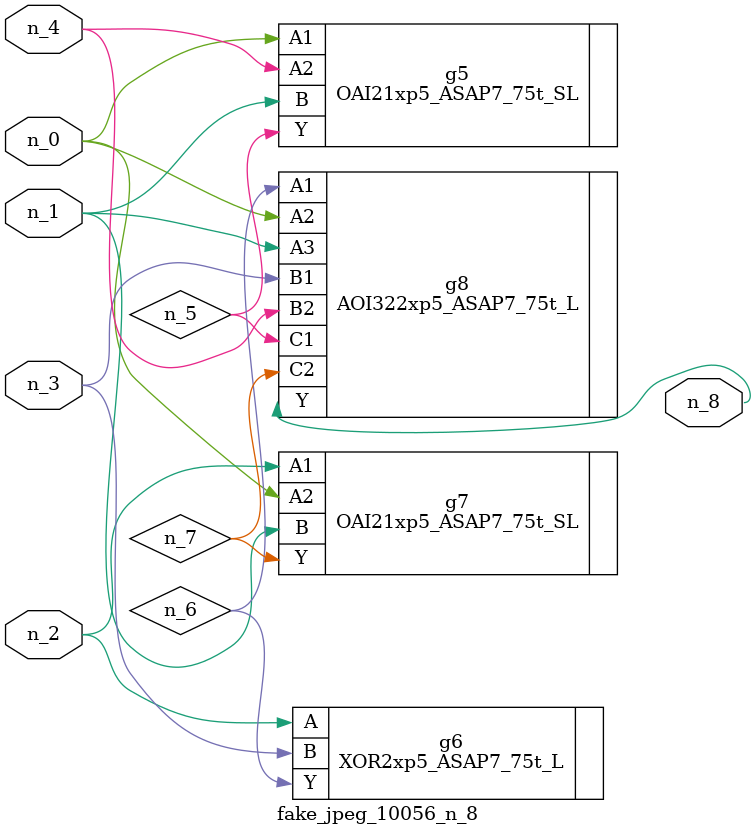
<source format=v>
module fake_jpeg_10056_n_8 (n_3, n_2, n_1, n_0, n_4, n_8);

input n_3;
input n_2;
input n_1;
input n_0;
input n_4;

output n_8;

wire n_6;
wire n_5;
wire n_7;

OAI21xp5_ASAP7_75t_SL g5 ( 
.A1(n_0),
.A2(n_4),
.B(n_1),
.Y(n_5)
);

XOR2xp5_ASAP7_75t_L g6 ( 
.A(n_2),
.B(n_3),
.Y(n_6)
);

OAI21xp5_ASAP7_75t_SL g7 ( 
.A1(n_2),
.A2(n_0),
.B(n_1),
.Y(n_7)
);

AOI322xp5_ASAP7_75t_L g8 ( 
.A1(n_6),
.A2(n_0),
.A3(n_1),
.B1(n_3),
.B2(n_4),
.C1(n_5),
.C2(n_7),
.Y(n_8)
);


endmodule
</source>
